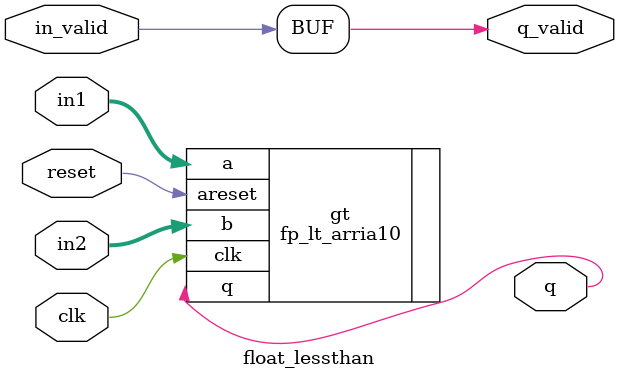
<source format=sv>
`include "pipearch_common.vh"

module float_lessthan
(
    input logic clk,
    input logic reset,
    input logic [31:0] in1,
    input logic [31:0] in2,
    input logic in_valid,
    output logic q,
    output logic q_valid
);

`ifdef XILINX
    logic [7:0] temp_q;
    xlnx_fp_lt
    mult (
        .s_axis_a_tvalid(in_valid),
        .s_axis_a_tdata(in1),
        .s_axis_b_tvalid(in_valid),
        .s_axis_b_tdata(in2),
        .m_axis_result_tvalid(q_valid),
        .m_axis_result_tdata(temp_q));
    assign q = temp_q[0];
`else
    fp_lt_arria10
    gt (
        .clk(clk),
        .areset(reset),
        .a(in1),
        .b(in2),
        .q(q));
    assign q_valid = in_valid;
`endif

endmodule // float_lessthan
</source>
